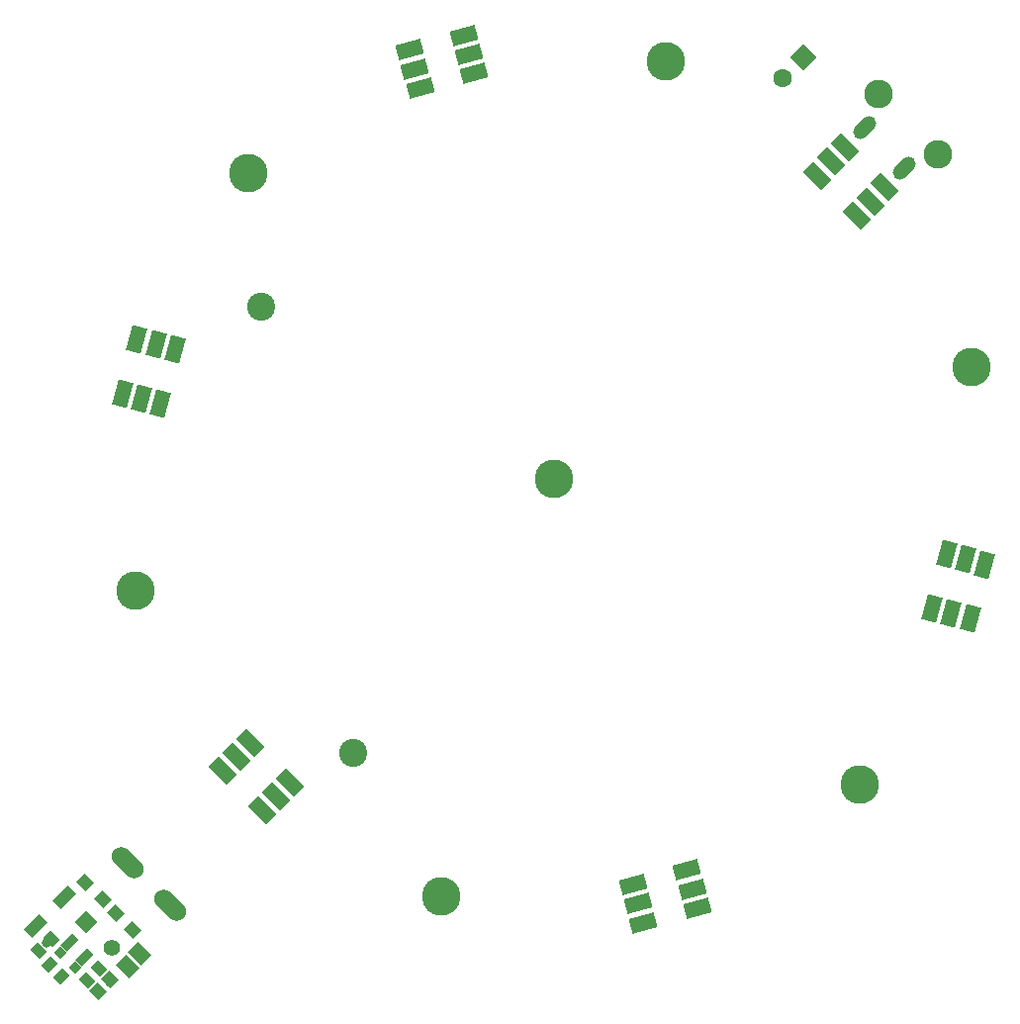
<source format=gts>
G04 Layer_Color=8388736*
%FSLAX44Y44*%
%MOMM*%
G71*
G01*
G75*
G04:AMPARAMS|DCode=91|XSize=1.6032mm|YSize=1.3032mm|CornerRadius=0mm|HoleSize=0mm|Usage=FLASHONLY|Rotation=135.000|XOffset=0mm|YOffset=0mm|HoleType=Round|Shape=Rectangle|*
%AMROTATEDRECTD91*
4,1,4,1.0276,-0.1061,0.1061,-1.0276,-1.0276,0.1061,-0.1061,1.0276,1.0276,-0.1061,0.0*
%
%ADD91ROTATEDRECTD91*%

G04:AMPARAMS|DCode=92|XSize=1.1032mm|YSize=1.0032mm|CornerRadius=0mm|HoleSize=0mm|Usage=FLASHONLY|Rotation=315.000|XOffset=0mm|YOffset=0mm|HoleType=Round|Shape=Rectangle|*
%AMROTATEDRECTD92*
4,1,4,-0.7447,0.0353,-0.0353,0.7447,0.7447,-0.0353,0.0353,-0.7447,-0.7447,0.0353,0.0*
%
%ADD92ROTATEDRECTD92*%

G04:AMPARAMS|DCode=93|XSize=1.1032mm|YSize=0.9032mm|CornerRadius=0mm|HoleSize=0mm|Usage=FLASHONLY|Rotation=315.000|XOffset=0mm|YOffset=0mm|HoleType=Round|Shape=Rectangle|*
%AMROTATEDRECTD93*
4,1,4,-0.7094,0.0707,-0.0707,0.7094,0.7094,-0.0707,0.0707,-0.7094,-0.7094,0.0707,0.0*
%
%ADD93ROTATEDRECTD93*%

G04:AMPARAMS|DCode=94|XSize=1.8032mm|YSize=1.0032mm|CornerRadius=0mm|HoleSize=0mm|Usage=FLASHONLY|Rotation=225.000|XOffset=0mm|YOffset=0mm|HoleType=Round|Shape=Rectangle|*
%AMROTATEDRECTD94*
4,1,4,0.2828,0.9922,0.9922,0.2828,-0.2828,-0.9922,-0.9922,-0.2828,0.2828,0.9922,0.0*
%
%ADD94ROTATEDRECTD94*%

G04:AMPARAMS|DCode=95|XSize=1.1032mm|YSize=0.9032mm|CornerRadius=0mm|HoleSize=0mm|Usage=FLASHONLY|Rotation=45.000|XOffset=0mm|YOffset=0mm|HoleType=Round|Shape=Rectangle|*
%AMROTATEDRECTD95*
4,1,4,-0.0707,-0.7094,-0.7094,-0.0707,0.0707,0.7094,0.7094,0.0707,-0.0707,-0.7094,0.0*
%
%ADD95ROTATEDRECTD95*%

G04:AMPARAMS|DCode=96|XSize=3.2032mm|YSize=1.6032mm|CornerRadius=0mm|HoleSize=0mm|Usage=FLASHONLY|Rotation=315.000|XOffset=0mm|YOffset=0mm|HoleType=Round|Shape=Round|*
%AMOVALD96*
21,1,1.6000,1.6032,0.0000,0.0000,315.0*
1,1,1.6032,-0.5657,0.5657*
1,1,1.6032,0.5657,-0.5657*
%
%ADD96OVALD96*%

G04:AMPARAMS|DCode=97|XSize=1.3032mm|YSize=2.2032mm|CornerRadius=0mm|HoleSize=0mm|Usage=FLASHONLY|Rotation=225.000|XOffset=0mm|YOffset=0mm|HoleType=Round|Shape=Rectangle|*
%AMROTATEDRECTD97*
4,1,4,-0.3182,1.2397,1.2397,-0.3182,0.3182,-1.2397,-1.2397,0.3182,-0.3182,1.2397,0.0*
%
%ADD97ROTATEDRECTD97*%

G04:AMPARAMS|DCode=98|XSize=1.3032mm|YSize=2.2032mm|CornerRadius=0mm|HoleSize=0mm|Usage=FLASHONLY|Rotation=285.000|XOffset=0mm|YOffset=0mm|HoleType=Round|Shape=Rectangle|*
%AMROTATEDRECTD98*
4,1,4,-1.2327,0.3443,0.8954,0.9145,1.2327,-0.3443,-0.8954,-0.9145,-1.2327,0.3443,0.0*
%
%ADD98ROTATEDRECTD98*%

G04:AMPARAMS|DCode=99|XSize=1.3032mm|YSize=2.2032mm|CornerRadius=0mm|HoleSize=0mm|Usage=FLASHONLY|Rotation=345.000|XOffset=0mm|YOffset=0mm|HoleType=Round|Shape=Rectangle|*
%AMROTATEDRECTD99*
4,1,4,-0.9145,-0.8954,-0.3443,1.2327,0.9145,0.8954,0.3443,-1.2327,-0.9145,-0.8954,0.0*
%
%ADD99ROTATEDRECTD99*%

%ADD100P,1.1359X4X270.0*%
G04:AMPARAMS|DCode=101|XSize=0.6032mm|YSize=0.8032mm|CornerRadius=0mm|HoleSize=0mm|Usage=FLASHONLY|Rotation=225.000|XOffset=0mm|YOffset=0mm|HoleType=Round|Shape=Rectangle|*
%AMROTATEDRECTD101*
4,1,4,-0.0707,0.4972,0.4972,-0.0707,0.0707,-0.4972,-0.4972,0.0707,-0.0707,0.4972,0.0*
%
%ADD101ROTATEDRECTD101*%

%ADD102C,1.4032*%
%ADD103P,1.9844X4X360.0*%
G04:AMPARAMS|DCode=104|XSize=2.3033mm|YSize=1.2532mm|CornerRadius=0mm|HoleSize=0mm|Usage=FLASHONLY|Rotation=225.000|XOffset=0mm|YOffset=0mm|HoleType=Round|Shape=Round|*
%AMOVALD104*
21,1,1.0500,1.2532,0.0000,0.0000,225.0*
1,1,1.2532,0.3712,0.3712*
1,1,1.2532,-0.3712,-0.3712*
%
%ADD104OVALD104*%

%ADD105C,2.4534*%
%ADD106C,3.3032*%
%ADD107P,2.2673X4X270.0*%
%ADD108C,1.6032*%
%ADD109C,2.4032*%
%ADD110C,0.8032*%
D91*
X-354276Y-406602D02*
D03*
X-364883Y-417209D02*
D03*
D92*
X-380086Y-428169D02*
D03*
X-389985Y-438069D02*
D03*
X-386096Y-359933D02*
D03*
X-400946Y-345084D02*
D03*
X-374782Y-371247D02*
D03*
X-359933Y-386096D02*
D03*
D93*
X-388925Y-418623D02*
D03*
X-399531Y-429230D02*
D03*
X-429937Y-393167D02*
D03*
X-440543Y-403774D02*
D03*
D94*
X-418977Y-358166D02*
D03*
X-443018Y-382207D02*
D03*
D95*
X-431689Y-415425D02*
D03*
X-421082Y-426032D02*
D03*
D96*
X-364867Y-328098D02*
D03*
X-328098Y-364867D02*
D03*
D97*
X271529Y237588D02*
D03*
X283550Y249609D02*
D03*
X259508Y225567D02*
D03*
X225567Y259508D02*
D03*
X249609Y283550D02*
D03*
X237588Y271529D02*
D03*
X-271529Y-237588D02*
D03*
X-283550Y-249609D02*
D03*
X-259508Y-225567D02*
D03*
X-225567Y-259508D02*
D03*
X-249609Y-283550D02*
D03*
X-237588Y-271529D02*
D03*
D98*
X-72277Y363301D02*
D03*
X-76677Y379721D02*
D03*
X-67877Y346880D02*
D03*
X-114242Y334457D02*
D03*
X-123041Y367298D02*
D03*
X-118642Y350877D02*
D03*
X72277Y-363301D02*
D03*
X76677Y-379721D02*
D03*
X67877Y-346880D02*
D03*
X114242Y-334457D02*
D03*
X123041Y-367298D02*
D03*
X118642Y-350877D02*
D03*
D99*
X-340271Y115106D02*
D03*
X-356691Y119506D02*
D03*
X-323850Y110706D02*
D03*
X-336273Y64342D02*
D03*
X-369115Y73142D02*
D03*
X-352694Y68742D02*
D03*
X340271Y-115106D02*
D03*
X356691Y-119506D02*
D03*
X323850Y-110706D02*
D03*
X336273Y-64342D02*
D03*
X369115Y-73142D02*
D03*
X352694Y-68742D02*
D03*
D100*
X-422159Y-405188D02*
D03*
X-411552Y-394581D02*
D03*
X-398824Y-407309D02*
D03*
X-409431Y-417916D02*
D03*
D101*
X-416855Y-399885D02*
D03*
X-404127Y-412613D02*
D03*
D102*
X-378107Y-401413D02*
D03*
D103*
X-400107Y-379412D02*
D03*
D104*
X300343Y266049D02*
D03*
X266049Y300343D02*
D03*
D105*
X278246Y329157D02*
D03*
X329157Y278246D02*
D03*
D106*
X357372Y95742D02*
D03*
X261630Y-261630D02*
D03*
X-95742Y-357372D02*
D03*
X-357372Y-95742D02*
D03*
X-261630Y261630D02*
D03*
X95742Y357372D02*
D03*
X0Y0D02*
D03*
D107*
X213900Y360978D02*
D03*
D108*
X196222Y343300D02*
D03*
D109*
X-171120Y-234760D02*
D03*
X-250316Y147078D02*
D03*
D110*
X-433826Y-397056D02*
D03*
X-380086Y-430998D02*
D03*
M02*

</source>
